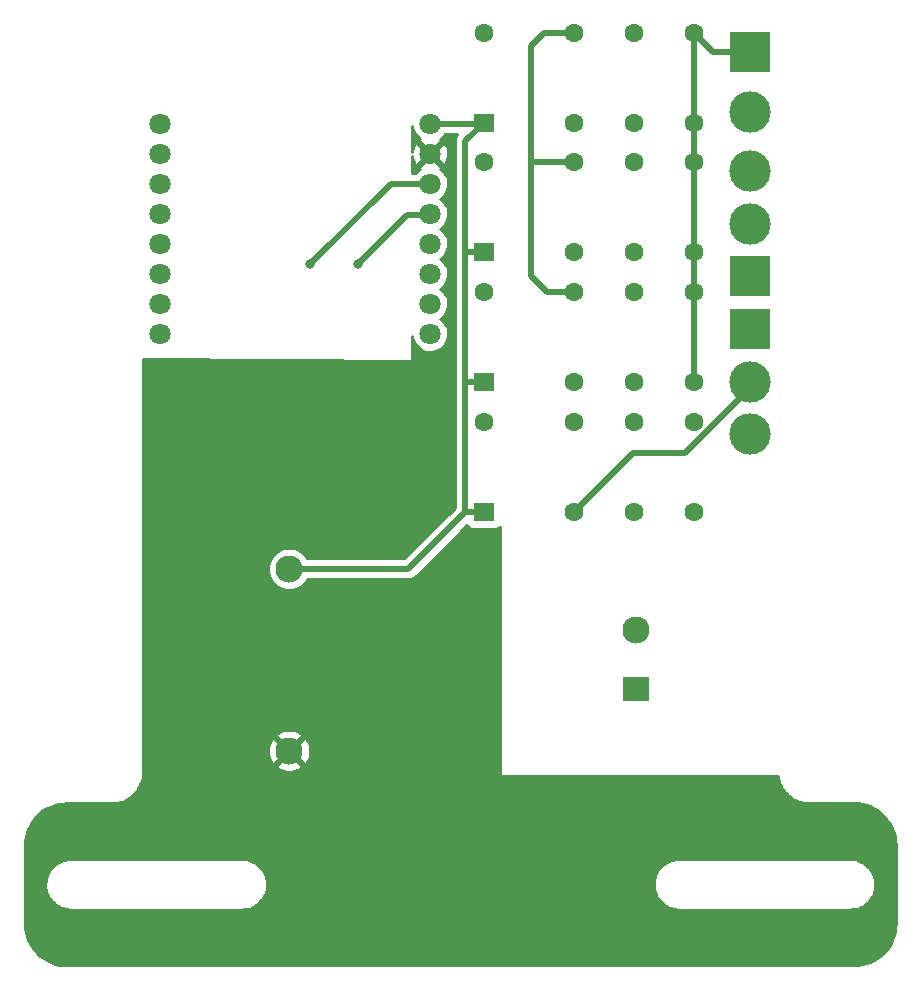
<source format=gbr>
G04 #@! TF.GenerationSoftware,KiCad,Pcbnew,(5.99.0-1932-g3091bb145)*
G04 #@! TF.CreationDate,2020-07-21T07:54:25+02:00*
G04 #@! TF.ProjectId,RESTfan,52455354-6661-46e2-9e6b-696361645f70,rev?*
G04 #@! TF.SameCoordinates,Original*
G04 #@! TF.FileFunction,Copper,L1,Top*
G04 #@! TF.FilePolarity,Positive*
%FSLAX46Y46*%
G04 Gerber Fmt 4.6, Leading zero omitted, Abs format (unit mm)*
G04 Created by KiCad (PCBNEW (5.99.0-1932-g3091bb145)) date 2020-07-21 07:54:25*
%MOMM*%
%LPD*%
G01*
G04 APERTURE LIST*
G04 #@! TA.AperFunction,ComponentPad*
%ADD10C,2.300000*%
G04 #@! TD*
G04 #@! TA.AperFunction,ComponentPad*
%ADD11R,2.300000X2.000000*%
G04 #@! TD*
G04 #@! TA.AperFunction,ComponentPad*
%ADD12C,3.500120*%
G04 #@! TD*
G04 #@! TA.AperFunction,ComponentPad*
%ADD13R,3.500120X3.500120*%
G04 #@! TD*
G04 #@! TA.AperFunction,ComponentPad*
%ADD14C,1.800000*%
G04 #@! TD*
G04 #@! TA.AperFunction,ComponentPad*
%ADD15C,1.600000*%
G04 #@! TD*
G04 #@! TA.AperFunction,ComponentPad*
%ADD16R,1.800000X1.600000*%
G04 #@! TD*
G04 #@! TA.AperFunction,ViaPad*
%ADD17C,0.800000*%
G04 #@! TD*
G04 #@! TA.AperFunction,Conductor*
%ADD18C,0.500000*%
G04 #@! TD*
G04 #@! TA.AperFunction,Conductor*
%ADD19C,0.254000*%
G04 #@! TD*
G04 APERTURE END LIST*
D10*
X63000000Y-75800000D03*
X92400000Y-81000000D03*
D11*
X92400000Y-86000000D03*
D10*
X63000000Y-91200000D03*
D12*
X102000000Y-64390000D03*
X102000000Y-59945000D03*
D13*
X102000000Y-55500000D03*
D12*
X102000000Y-42110000D03*
X102000000Y-46555000D03*
D13*
X102000000Y-51000000D03*
D12*
X102000000Y-37080000D03*
D13*
X102000000Y-32000000D03*
D14*
X74930000Y-55890000D03*
X52070000Y-55890000D03*
X74930000Y-53350000D03*
X52070000Y-53350000D03*
X74930000Y-50810000D03*
X52070000Y-50810000D03*
X74930000Y-48270000D03*
X52070000Y-48270000D03*
X74930000Y-45730000D03*
X52070000Y-45730000D03*
X74930000Y-43190000D03*
X52070000Y-43190000D03*
X74930000Y-40650000D03*
X52070000Y-40650000D03*
X74930000Y-38110000D03*
X52070000Y-38110000D03*
D15*
X92200000Y-71000000D03*
X97280000Y-71000000D03*
X87120000Y-71000000D03*
X79500000Y-63380000D03*
D16*
X79500000Y-71000000D03*
D15*
X97280000Y-63380000D03*
X92200000Y-63380000D03*
X87120000Y-63380000D03*
X92200000Y-60000000D03*
X97280000Y-60000000D03*
X87120000Y-60000000D03*
X79500000Y-52380000D03*
D16*
X79500000Y-60000000D03*
D15*
X97280000Y-52380000D03*
X92200000Y-52380000D03*
X87120000Y-52380000D03*
X92200000Y-49000000D03*
X97280000Y-49000000D03*
X87120000Y-49000000D03*
X79500000Y-41380000D03*
D16*
X79500000Y-49000000D03*
D15*
X97280000Y-41380000D03*
X92200000Y-41380000D03*
X87120000Y-41380000D03*
X92200000Y-38000000D03*
X97280000Y-38000000D03*
X87120000Y-38000000D03*
X79500000Y-30380000D03*
D16*
X79500000Y-38000000D03*
D15*
X97280000Y-30380000D03*
X92200000Y-30380000D03*
X87120000Y-30380000D03*
D17*
X73723500Y-57658000D03*
X72009000Y-60960000D03*
X76009500Y-60960000D03*
X64800000Y-50000000D03*
X68800000Y-50000000D03*
D18*
X63000000Y-75800000D02*
X73100000Y-75800000D01*
X64800000Y-50000000D02*
X71600000Y-43200000D01*
X71600000Y-43200000D02*
X74920000Y-43200000D01*
X74920000Y-43200000D02*
X74930000Y-43190000D01*
X68800000Y-50000000D02*
X73000000Y-45800000D01*
X73000000Y-45800000D02*
X74860000Y-45800000D01*
X74860000Y-45800000D02*
X74930000Y-45730000D01*
X74930000Y-38110000D02*
X79390000Y-38110000D01*
X79390000Y-38110000D02*
X79500000Y-38000000D01*
X77900000Y-71000000D02*
X77900000Y-60100000D01*
X77900000Y-60100000D02*
X77900000Y-49150000D01*
X79500000Y-60000000D02*
X78000000Y-60000000D01*
X78000000Y-60000000D02*
X77900000Y-60100000D01*
X77900000Y-49150000D02*
X77900000Y-39600000D01*
X79500000Y-49000000D02*
X78050000Y-49000000D01*
X78050000Y-49000000D02*
X77900000Y-49150000D01*
X77900000Y-39600000D02*
X79500000Y-38000000D01*
X73100000Y-75800000D02*
X77900000Y-71000000D01*
X77900000Y-71000000D02*
X79500000Y-71000000D01*
X87120000Y-71000000D02*
X92120000Y-66000000D01*
X92120000Y-66000000D02*
X96500000Y-66000000D01*
X102000000Y-60500000D02*
X102000000Y-60000000D01*
X96500000Y-66000000D02*
X102000000Y-60500000D01*
X97280000Y-52380000D02*
X97280000Y-60000000D01*
X97280000Y-49000000D02*
X97280000Y-52380000D01*
X97280000Y-41380000D02*
X97280000Y-49000000D01*
X97280000Y-38000000D02*
X97280000Y-41380000D01*
X97280000Y-30380000D02*
X97280000Y-38000000D01*
X102000000Y-32000000D02*
X98900000Y-32000000D01*
X98900000Y-32000000D02*
X97280000Y-30380000D01*
X83500000Y-31500000D02*
X83500000Y-41500000D01*
X83500000Y-41500000D02*
X83500000Y-51000000D01*
X87120000Y-41380000D02*
X83620000Y-41380000D01*
X83620000Y-41380000D02*
X83500000Y-41500000D01*
X87120000Y-30380000D02*
X84620000Y-30380000D01*
X83500000Y-51000000D02*
X84880000Y-52380000D01*
X84620000Y-30380000D02*
X83500000Y-31500000D01*
X84880000Y-52380000D02*
X87120000Y-52380000D01*
G36*
X73409646Y-38349477D02*
G01*
X73411343Y-38360013D01*
X73471731Y-38602218D01*
X73475179Y-38612317D01*
X73575512Y-38840884D01*
X73580613Y-38850258D01*
X73718023Y-39058650D01*
X73724630Y-39067031D01*
X73895187Y-39249294D01*
X73903112Y-39256442D01*
X74066929Y-39380786D01*
X74008851Y-39423137D01*
X73999847Y-39538828D01*
X74877809Y-40416790D01*
X74982191Y-40416790D01*
X75863082Y-39535899D01*
X75849080Y-39414885D01*
X75794266Y-39380899D01*
X75820506Y-39365319D01*
X75829189Y-39359114D01*
X76019283Y-39197331D01*
X76026796Y-39189752D01*
X76186914Y-38998254D01*
X76188495Y-38996000D01*
X77251009Y-38996000D01*
X77231747Y-39015261D01*
X77225874Y-39022036D01*
X77212310Y-39040134D01*
X77157873Y-39101772D01*
X77148016Y-39116778D01*
X77136524Y-39141255D01*
X77120306Y-39162896D01*
X77111684Y-39178643D01*
X77082817Y-39255648D01*
X77047784Y-39330265D01*
X77042475Y-39347819D01*
X77038638Y-39373493D01*
X77028964Y-39399299D01*
X77025109Y-39416833D01*
X77018134Y-39510693D01*
X77014694Y-39533710D01*
X77014001Y-39543034D01*
X77014001Y-39566306D01*
X77007644Y-39651836D01*
X77008865Y-39669748D01*
X77014001Y-39693808D01*
X77014000Y-49116319D01*
X77007644Y-49201836D01*
X77008865Y-49219748D01*
X77014001Y-49243808D01*
X77014000Y-60066319D01*
X77007644Y-60151836D01*
X77008865Y-60169748D01*
X77014001Y-60193808D01*
X77014000Y-70633008D01*
X72733009Y-74914000D01*
X64550790Y-74914000D01*
X64528067Y-74869405D01*
X64522894Y-74860963D01*
X64363677Y-74641820D01*
X64357247Y-74634291D01*
X64165709Y-74442753D01*
X64158180Y-74436323D01*
X63939037Y-74277106D01*
X63930595Y-74271933D01*
X63689243Y-74148958D01*
X63680095Y-74145169D01*
X63422477Y-74061463D01*
X63412849Y-74059152D01*
X63145308Y-74016778D01*
X63135437Y-74016001D01*
X62864563Y-74016001D01*
X62854692Y-74016778D01*
X62587151Y-74059152D01*
X62577523Y-74061463D01*
X62319905Y-74145169D01*
X62310757Y-74148958D01*
X62069405Y-74271933D01*
X62060963Y-74277106D01*
X61841820Y-74436323D01*
X61834291Y-74442753D01*
X61642753Y-74634291D01*
X61636323Y-74641820D01*
X61477106Y-74860963D01*
X61471933Y-74869405D01*
X61348958Y-75110757D01*
X61345169Y-75119905D01*
X61261463Y-75377523D01*
X61259152Y-75387151D01*
X61216778Y-75654692D01*
X61216001Y-75664563D01*
X61216001Y-75935437D01*
X61216778Y-75945308D01*
X61259152Y-76212849D01*
X61261463Y-76222477D01*
X61345169Y-76480095D01*
X61348958Y-76489243D01*
X61471933Y-76730595D01*
X61477106Y-76739037D01*
X61636323Y-76958180D01*
X61642753Y-76965709D01*
X61834291Y-77157247D01*
X61841820Y-77163677D01*
X62060963Y-77322894D01*
X62069405Y-77328067D01*
X62310757Y-77451042D01*
X62319905Y-77454831D01*
X62577523Y-77538537D01*
X62587151Y-77540848D01*
X62854692Y-77583222D01*
X62864563Y-77583999D01*
X63135437Y-77583999D01*
X63145308Y-77583222D01*
X63412849Y-77540848D01*
X63422477Y-77538537D01*
X63680095Y-77454831D01*
X63689243Y-77451042D01*
X63930595Y-77328067D01*
X63939037Y-77322894D01*
X64158180Y-77163677D01*
X64165709Y-77157247D01*
X64357247Y-76965709D01*
X64363677Y-76958180D01*
X64522894Y-76739037D01*
X64528067Y-76730595D01*
X64550790Y-76686000D01*
X73000742Y-76686000D01*
X73019370Y-76690215D01*
X73037265Y-76691655D01*
X73128413Y-76686000D01*
X73159053Y-76686000D01*
X73167995Y-76685363D01*
X73190394Y-76682155D01*
X73272463Y-76677063D01*
X73290043Y-76673423D01*
X73315476Y-76664242D01*
X73342248Y-76660408D01*
X73359479Y-76655369D01*
X73434353Y-76621327D01*
X73511877Y-76593340D01*
X73528044Y-76584680D01*
X73548908Y-76569241D01*
X73573998Y-76557834D01*
X73589123Y-76548161D01*
X73660428Y-76486720D01*
X73679131Y-76472881D01*
X73686215Y-76466777D01*
X73702659Y-76450332D01*
X73767645Y-76394337D01*
X73779447Y-76380808D01*
X73792828Y-76360163D01*
X78039928Y-72113064D01*
X78047880Y-72128339D01*
X78178990Y-72284590D01*
X78195879Y-72298761D01*
X78370120Y-72399359D01*
X78390837Y-72406900D01*
X78583538Y-72440878D01*
X78594499Y-72441837D01*
X80408258Y-72441837D01*
X80424634Y-72439681D01*
X80703859Y-72364863D01*
X80728339Y-72352120D01*
X80874000Y-72229896D01*
X80874000Y-93252191D01*
X80947809Y-93326000D01*
X104384143Y-93326000D01*
X104388170Y-93372491D01*
X104389576Y-93381345D01*
X104395898Y-93408513D01*
X104397956Y-93436532D01*
X104399331Y-93445786D01*
X104401781Y-93456651D01*
X104401865Y-93457022D01*
X104466711Y-93736786D01*
X104469351Y-93745353D01*
X104479438Y-93771360D01*
X104485423Y-93798808D01*
X104488087Y-93807772D01*
X104492042Y-93818184D01*
X104492179Y-93818542D01*
X104595798Y-94086379D01*
X104599619Y-94094490D01*
X104613270Y-94118816D01*
X104623062Y-94145147D01*
X104626966Y-94153653D01*
X104632350Y-94163403D01*
X104632533Y-94163733D01*
X104772855Y-94414295D01*
X104777780Y-94421786D01*
X104794724Y-94443949D01*
X104808128Y-94468635D01*
X104813187Y-94476500D01*
X104819890Y-94485395D01*
X104820122Y-94485701D01*
X104994351Y-94713994D01*
X105000282Y-94720716D01*
X105020177Y-94740266D01*
X105036927Y-94762821D01*
X105043046Y-94769897D01*
X105050936Y-94777758D01*
X105051206Y-94778026D01*
X105255863Y-94979492D01*
X105262682Y-94985311D01*
X105285130Y-95001861D01*
X105304896Y-95021835D01*
X105311955Y-95027982D01*
X105320875Y-95034652D01*
X105321176Y-95034876D01*
X105552176Y-95205496D01*
X105559748Y-95210296D01*
X105584305Y-95223519D01*
X105606686Y-95240507D01*
X105614542Y-95245598D01*
X105624312Y-95250945D01*
X105624641Y-95251124D01*
X105877376Y-95387492D01*
X105885548Y-95391178D01*
X105911727Y-95400810D01*
X105936276Y-95414474D01*
X105944760Y-95418403D01*
X105955185Y-95422321D01*
X105955546Y-95422456D01*
X106224979Y-95521854D01*
X106233589Y-95524351D01*
X106260866Y-95530199D01*
X106287089Y-95540265D01*
X106296044Y-95542960D01*
X106306919Y-95545371D01*
X106307292Y-95545452D01*
X106588042Y-95605896D01*
X106596918Y-95607155D01*
X106624741Y-95609101D01*
X106652131Y-95615374D01*
X106661386Y-95616781D01*
X106672491Y-95617634D01*
X106672864Y-95617661D01*
X106959324Y-95637944D01*
X106968289Y-95637940D01*
X107023266Y-95634000D01*
X110735119Y-95634000D01*
X110747806Y-95636616D01*
X110757084Y-95637821D01*
X110768206Y-95638432D01*
X110768585Y-95638451D01*
X111147405Y-95656979D01*
X111491474Y-95707787D01*
X111828958Y-95791931D01*
X112156613Y-95908604D01*
X112471321Y-96056694D01*
X112770076Y-96234787D01*
X113050040Y-96441195D01*
X113308499Y-96673911D01*
X113543041Y-96930769D01*
X113751383Y-97209267D01*
X113931561Y-97506774D01*
X114081842Y-97820437D01*
X114200804Y-98147281D01*
X114287300Y-98484159D01*
X114340509Y-98827876D01*
X114360736Y-99189659D01*
X114360795Y-99206705D01*
X114361463Y-99215646D01*
X114366000Y-99246559D01*
X114366001Y-105735114D01*
X114363384Y-105747806D01*
X114362179Y-105757084D01*
X114361568Y-105768206D01*
X114361549Y-105768585D01*
X114343021Y-106147405D01*
X114292213Y-106491474D01*
X114208069Y-106828958D01*
X114091396Y-107156613D01*
X113943306Y-107471321D01*
X113765213Y-107770076D01*
X113558809Y-108050034D01*
X113326074Y-108308513D01*
X113069242Y-108543033D01*
X112790740Y-108751379D01*
X112493233Y-108931557D01*
X112179557Y-109081844D01*
X111852726Y-109200802D01*
X111515834Y-109287300D01*
X111172132Y-109340509D01*
X110810341Y-109360736D01*
X110793295Y-109360795D01*
X110784354Y-109361463D01*
X110753441Y-109366000D01*
X44264881Y-109366000D01*
X44252194Y-109363384D01*
X44242916Y-109362179D01*
X44231794Y-109361568D01*
X44231415Y-109361549D01*
X43852595Y-109343021D01*
X43508526Y-109292213D01*
X43171042Y-109208069D01*
X42843387Y-109091396D01*
X42528679Y-108943306D01*
X42229924Y-108765213D01*
X41949966Y-108558809D01*
X41691487Y-108326074D01*
X41456967Y-108069242D01*
X41248621Y-107790740D01*
X41068443Y-107493233D01*
X40918156Y-107179557D01*
X40799198Y-106852726D01*
X40712700Y-106515834D01*
X40659491Y-106172132D01*
X40639264Y-105810341D01*
X40639205Y-105793295D01*
X40638537Y-105784354D01*
X40634000Y-105753441D01*
X40634000Y-102518419D01*
X42361002Y-102518419D01*
X42361460Y-102529548D01*
X42361477Y-102529924D01*
X42368354Y-102675750D01*
X42369411Y-102684652D01*
X42373928Y-102708219D01*
X42374456Y-102732410D01*
X42375353Y-102741719D01*
X42377239Y-102752695D01*
X42377305Y-102753072D01*
X42421233Y-102999680D01*
X42423428Y-103008373D01*
X42434429Y-103041732D01*
X42440957Y-103076446D01*
X42443362Y-103085483D01*
X42447015Y-103096005D01*
X42447142Y-103096366D01*
X42530757Y-103332488D01*
X42534343Y-103340704D01*
X42550643Y-103371818D01*
X42562755Y-103405004D01*
X42566605Y-103413531D01*
X42571929Y-103423313D01*
X42572111Y-103423645D01*
X42693167Y-103642938D01*
X42698046Y-103650458D01*
X42719209Y-103678491D01*
X42736576Y-103709249D01*
X42741765Y-103717030D01*
X42748614Y-103725812D01*
X42748850Y-103726113D01*
X42904098Y-103922692D01*
X42910141Y-103929315D01*
X42935593Y-103953509D01*
X42957758Y-103981028D01*
X42964149Y-103987857D01*
X42972341Y-103995403D01*
X42972623Y-103995661D01*
X43157893Y-104164243D01*
X43164937Y-104169790D01*
X43194002Y-104189506D01*
X43220356Y-104213026D01*
X43227774Y-104218719D01*
X43237089Y-104224825D01*
X43237411Y-104225035D01*
X43447728Y-104361095D01*
X43455582Y-104365417D01*
X43487477Y-104380121D01*
X43517319Y-104399023D01*
X43525567Y-104403427D01*
X43535753Y-104407930D01*
X43536106Y-104408085D01*
X43765820Y-104507968D01*
X43774275Y-104510950D01*
X43808149Y-104520248D01*
X43840678Y-104534023D01*
X43849542Y-104537022D01*
X43860328Y-104539801D01*
X43860694Y-104539894D01*
X44103635Y-104600916D01*
X44112463Y-104602476D01*
X44147396Y-104606117D01*
X44181741Y-104614394D01*
X44190978Y-104615906D01*
X44202073Y-104616885D01*
X44202447Y-104616917D01*
X44452090Y-104637442D01*
X44461054Y-104637539D01*
X44519773Y-104634000D01*
X58965555Y-104634000D01*
X59009065Y-104638688D01*
X59018420Y-104638998D01*
X59029548Y-104638540D01*
X59029924Y-104638523D01*
X59175750Y-104631646D01*
X59184652Y-104630589D01*
X59208219Y-104626072D01*
X59232410Y-104625544D01*
X59241719Y-104624647D01*
X59252695Y-104622761D01*
X59253072Y-104622695D01*
X59499680Y-104578767D01*
X59508373Y-104576572D01*
X59541732Y-104565571D01*
X59576446Y-104559043D01*
X59585483Y-104556638D01*
X59596005Y-104552985D01*
X59596366Y-104552858D01*
X59832488Y-104469243D01*
X59840704Y-104465657D01*
X59871818Y-104449357D01*
X59905004Y-104437245D01*
X59913531Y-104433395D01*
X59923313Y-104428071D01*
X59923645Y-104427889D01*
X60142938Y-104306833D01*
X60150458Y-104301954D01*
X60178491Y-104280791D01*
X60209249Y-104263424D01*
X60217030Y-104258235D01*
X60225812Y-104251386D01*
X60226113Y-104251150D01*
X60422692Y-104095902D01*
X60429315Y-104089859D01*
X60453509Y-104064407D01*
X60481028Y-104042242D01*
X60487857Y-104035851D01*
X60495403Y-104027659D01*
X60495661Y-104027377D01*
X60664243Y-103842107D01*
X60669790Y-103835063D01*
X60689506Y-103805998D01*
X60713026Y-103779644D01*
X60718719Y-103772226D01*
X60724825Y-103762911D01*
X60725035Y-103762589D01*
X60861095Y-103552272D01*
X60865417Y-103544418D01*
X60880121Y-103512523D01*
X60899023Y-103482681D01*
X60903427Y-103474433D01*
X60907930Y-103464247D01*
X60908085Y-103463894D01*
X61007968Y-103234180D01*
X61010950Y-103225725D01*
X61020248Y-103191851D01*
X61034023Y-103159322D01*
X61037022Y-103150458D01*
X61039801Y-103139672D01*
X61039894Y-103139306D01*
X61100916Y-102896365D01*
X61102476Y-102887537D01*
X61106117Y-102852604D01*
X61114394Y-102818259D01*
X61115906Y-102809022D01*
X61116885Y-102797927D01*
X61116917Y-102797553D01*
X61137442Y-102547910D01*
X61137539Y-102538945D01*
X61136303Y-102518419D01*
X93861002Y-102518419D01*
X93861460Y-102529548D01*
X93861477Y-102529924D01*
X93868354Y-102675750D01*
X93869411Y-102684652D01*
X93873928Y-102708219D01*
X93874456Y-102732410D01*
X93875353Y-102741719D01*
X93877239Y-102752695D01*
X93877305Y-102753072D01*
X93921233Y-102999680D01*
X93923428Y-103008373D01*
X93934429Y-103041732D01*
X93940957Y-103076446D01*
X93943362Y-103085483D01*
X93947015Y-103096005D01*
X93947142Y-103096366D01*
X94030757Y-103332488D01*
X94034343Y-103340704D01*
X94050643Y-103371818D01*
X94062755Y-103405004D01*
X94066605Y-103413531D01*
X94071929Y-103423313D01*
X94072111Y-103423645D01*
X94193167Y-103642938D01*
X94198046Y-103650458D01*
X94219209Y-103678491D01*
X94236576Y-103709249D01*
X94241765Y-103717030D01*
X94248614Y-103725812D01*
X94248850Y-103726113D01*
X94404098Y-103922692D01*
X94410141Y-103929315D01*
X94435593Y-103953509D01*
X94457758Y-103981028D01*
X94464149Y-103987857D01*
X94472341Y-103995403D01*
X94472623Y-103995661D01*
X94657893Y-104164243D01*
X94664937Y-104169790D01*
X94694002Y-104189506D01*
X94720356Y-104213026D01*
X94727774Y-104218719D01*
X94737089Y-104224825D01*
X94737411Y-104225035D01*
X94947728Y-104361095D01*
X94955582Y-104365417D01*
X94987477Y-104380121D01*
X95017319Y-104399023D01*
X95025567Y-104403427D01*
X95035753Y-104407930D01*
X95036106Y-104408085D01*
X95265820Y-104507968D01*
X95274275Y-104510950D01*
X95308149Y-104520248D01*
X95340678Y-104534023D01*
X95349542Y-104537022D01*
X95360328Y-104539801D01*
X95360694Y-104539894D01*
X95603635Y-104600916D01*
X95612463Y-104602476D01*
X95647396Y-104606117D01*
X95681741Y-104614394D01*
X95690978Y-104615906D01*
X95702073Y-104616885D01*
X95702447Y-104616917D01*
X95952090Y-104637442D01*
X95961054Y-104637539D01*
X96019773Y-104634000D01*
X110465555Y-104634000D01*
X110509065Y-104638688D01*
X110518420Y-104638998D01*
X110529548Y-104638540D01*
X110529924Y-104638523D01*
X110675750Y-104631646D01*
X110684652Y-104630589D01*
X110708219Y-104626072D01*
X110732410Y-104625544D01*
X110741719Y-104624647D01*
X110752695Y-104622761D01*
X110753072Y-104622695D01*
X110999680Y-104578767D01*
X111008373Y-104576572D01*
X111041732Y-104565571D01*
X111076446Y-104559043D01*
X111085483Y-104556638D01*
X111096005Y-104552985D01*
X111096366Y-104552858D01*
X111332488Y-104469243D01*
X111340704Y-104465657D01*
X111371818Y-104449357D01*
X111405004Y-104437245D01*
X111413531Y-104433395D01*
X111423313Y-104428071D01*
X111423645Y-104427889D01*
X111642938Y-104306833D01*
X111650458Y-104301954D01*
X111678491Y-104280791D01*
X111709249Y-104263424D01*
X111717030Y-104258235D01*
X111725812Y-104251386D01*
X111726113Y-104251150D01*
X111922692Y-104095902D01*
X111929315Y-104089859D01*
X111953509Y-104064407D01*
X111981028Y-104042242D01*
X111987857Y-104035851D01*
X111995403Y-104027659D01*
X111995661Y-104027377D01*
X112164243Y-103842107D01*
X112169790Y-103835063D01*
X112189506Y-103805998D01*
X112213026Y-103779644D01*
X112218719Y-103772226D01*
X112224825Y-103762911D01*
X112225035Y-103762589D01*
X112361095Y-103552272D01*
X112365417Y-103544418D01*
X112380121Y-103512523D01*
X112399023Y-103482681D01*
X112403427Y-103474433D01*
X112407930Y-103464247D01*
X112408085Y-103463894D01*
X112507968Y-103234180D01*
X112510950Y-103225725D01*
X112520248Y-103191851D01*
X112534023Y-103159322D01*
X112537022Y-103150458D01*
X112539801Y-103139672D01*
X112539894Y-103139306D01*
X112600916Y-102896365D01*
X112602476Y-102887537D01*
X112606117Y-102852604D01*
X112614394Y-102818259D01*
X112615906Y-102809022D01*
X112616885Y-102797927D01*
X112616917Y-102797553D01*
X112637442Y-102547910D01*
X112637539Y-102538945D01*
X112636096Y-102514995D01*
X112638688Y-102490936D01*
X112638998Y-102481581D01*
X112638540Y-102470452D01*
X112638523Y-102470076D01*
X112631646Y-102324249D01*
X112630589Y-102315348D01*
X112626072Y-102291781D01*
X112625544Y-102267591D01*
X112624648Y-102258283D01*
X112622761Y-102247306D01*
X112622695Y-102246928D01*
X112578767Y-102000320D01*
X112576572Y-101991628D01*
X112565570Y-101958265D01*
X112559043Y-101923554D01*
X112556638Y-101914517D01*
X112552985Y-101903996D01*
X112552858Y-101903635D01*
X112469243Y-101667512D01*
X112465657Y-101659295D01*
X112449357Y-101628183D01*
X112437246Y-101594997D01*
X112433395Y-101586469D01*
X112428071Y-101576687D01*
X112427889Y-101576355D01*
X112306833Y-101357063D01*
X112301953Y-101349542D01*
X112280793Y-101321511D01*
X112263425Y-101290752D01*
X112258236Y-101282971D01*
X112251386Y-101274188D01*
X112251150Y-101273887D01*
X112095902Y-101077308D01*
X112089859Y-101070685D01*
X112064407Y-101046491D01*
X112042242Y-101018972D01*
X112035851Y-101012143D01*
X112027659Y-101004597D01*
X112027377Y-101004339D01*
X111842107Y-100835757D01*
X111835063Y-100830210D01*
X111805998Y-100810494D01*
X111779644Y-100786974D01*
X111772226Y-100781281D01*
X111762911Y-100775175D01*
X111762589Y-100774965D01*
X111552272Y-100638905D01*
X111544418Y-100634583D01*
X111512523Y-100619879D01*
X111482680Y-100600976D01*
X111474427Y-100596570D01*
X111464240Y-100592067D01*
X111463891Y-100591915D01*
X111234180Y-100492032D01*
X111225725Y-100489050D01*
X111191849Y-100479751D01*
X111159326Y-100465980D01*
X111150472Y-100462983D01*
X111139687Y-100460203D01*
X111139310Y-100460107D01*
X110896365Y-100399084D01*
X110887538Y-100397524D01*
X110852604Y-100393883D01*
X110818260Y-100385606D01*
X110809023Y-100384094D01*
X110797928Y-100383115D01*
X110797554Y-100383083D01*
X110547910Y-100362558D01*
X110538946Y-100362461D01*
X110480227Y-100366000D01*
X96034445Y-100366000D01*
X95990935Y-100361312D01*
X95981580Y-100361002D01*
X95970452Y-100361460D01*
X95970076Y-100361477D01*
X95824249Y-100368354D01*
X95815348Y-100369411D01*
X95791781Y-100373928D01*
X95767591Y-100374456D01*
X95758283Y-100375352D01*
X95747306Y-100377239D01*
X95746928Y-100377305D01*
X95500320Y-100421233D01*
X95491628Y-100423428D01*
X95458265Y-100434430D01*
X95423554Y-100440957D01*
X95414517Y-100443362D01*
X95403996Y-100447015D01*
X95403635Y-100447142D01*
X95167512Y-100530757D01*
X95159295Y-100534343D01*
X95128183Y-100550643D01*
X95094997Y-100562754D01*
X95086469Y-100566605D01*
X95076687Y-100571929D01*
X95076355Y-100572111D01*
X94857063Y-100693167D01*
X94849542Y-100698047D01*
X94821511Y-100719207D01*
X94790752Y-100736575D01*
X94782971Y-100741764D01*
X94774188Y-100748614D01*
X94773887Y-100748850D01*
X94577308Y-100904098D01*
X94570685Y-100910141D01*
X94546491Y-100935593D01*
X94518972Y-100957758D01*
X94512143Y-100964149D01*
X94504597Y-100972341D01*
X94504339Y-100972623D01*
X94335757Y-101157893D01*
X94330210Y-101164937D01*
X94310494Y-101194002D01*
X94286974Y-101220356D01*
X94281281Y-101227774D01*
X94275175Y-101237089D01*
X94274965Y-101237411D01*
X94138905Y-101447728D01*
X94134583Y-101455582D01*
X94119879Y-101487477D01*
X94100976Y-101517320D01*
X94096570Y-101525573D01*
X94092067Y-101535760D01*
X94091915Y-101536109D01*
X93992032Y-101765820D01*
X93989050Y-101774275D01*
X93979751Y-101808151D01*
X93965980Y-101840674D01*
X93962983Y-101849528D01*
X93960203Y-101860313D01*
X93960107Y-101860690D01*
X93899084Y-102103635D01*
X93897524Y-102112462D01*
X93893883Y-102147396D01*
X93885606Y-102181740D01*
X93884094Y-102190977D01*
X93883115Y-102202072D01*
X93883083Y-102202446D01*
X93862558Y-102452090D01*
X93862461Y-102461055D01*
X93863904Y-102485005D01*
X93861312Y-102509064D01*
X93861002Y-102518419D01*
X61136303Y-102518419D01*
X61136096Y-102514995D01*
X61138688Y-102490936D01*
X61138998Y-102481581D01*
X61138540Y-102470452D01*
X61138523Y-102470076D01*
X61131646Y-102324249D01*
X61130589Y-102315348D01*
X61126072Y-102291781D01*
X61125544Y-102267591D01*
X61124648Y-102258283D01*
X61122761Y-102247306D01*
X61122695Y-102246928D01*
X61078767Y-102000320D01*
X61076572Y-101991628D01*
X61065570Y-101958265D01*
X61059043Y-101923554D01*
X61056638Y-101914517D01*
X61052985Y-101903996D01*
X61052858Y-101903635D01*
X60969243Y-101667512D01*
X60965657Y-101659295D01*
X60949357Y-101628183D01*
X60937246Y-101594997D01*
X60933395Y-101586469D01*
X60928071Y-101576687D01*
X60927889Y-101576355D01*
X60806833Y-101357063D01*
X60801953Y-101349542D01*
X60780793Y-101321511D01*
X60763425Y-101290752D01*
X60758236Y-101282971D01*
X60751386Y-101274188D01*
X60751150Y-101273887D01*
X60595902Y-101077308D01*
X60589859Y-101070685D01*
X60564407Y-101046491D01*
X60542242Y-101018972D01*
X60535851Y-101012143D01*
X60527659Y-101004597D01*
X60527377Y-101004339D01*
X60342107Y-100835757D01*
X60335063Y-100830210D01*
X60305998Y-100810494D01*
X60279644Y-100786974D01*
X60272226Y-100781281D01*
X60262911Y-100775175D01*
X60262589Y-100774965D01*
X60052272Y-100638905D01*
X60044418Y-100634583D01*
X60012523Y-100619879D01*
X59982680Y-100600976D01*
X59974427Y-100596570D01*
X59964240Y-100592067D01*
X59963891Y-100591915D01*
X59734180Y-100492032D01*
X59725725Y-100489050D01*
X59691849Y-100479751D01*
X59659326Y-100465980D01*
X59650472Y-100462983D01*
X59639687Y-100460203D01*
X59639310Y-100460107D01*
X59396365Y-100399084D01*
X59387538Y-100397524D01*
X59352604Y-100393883D01*
X59318260Y-100385606D01*
X59309023Y-100384094D01*
X59297928Y-100383115D01*
X59297554Y-100383083D01*
X59047910Y-100362558D01*
X59038946Y-100362461D01*
X58980227Y-100366000D01*
X44534445Y-100366000D01*
X44490935Y-100361312D01*
X44481580Y-100361002D01*
X44470452Y-100361460D01*
X44470076Y-100361477D01*
X44324249Y-100368354D01*
X44315348Y-100369411D01*
X44291781Y-100373928D01*
X44267591Y-100374456D01*
X44258283Y-100375352D01*
X44247306Y-100377239D01*
X44246928Y-100377305D01*
X44000320Y-100421233D01*
X43991628Y-100423428D01*
X43958265Y-100434430D01*
X43923554Y-100440957D01*
X43914517Y-100443362D01*
X43903996Y-100447015D01*
X43903635Y-100447142D01*
X43667512Y-100530757D01*
X43659295Y-100534343D01*
X43628183Y-100550643D01*
X43594997Y-100562754D01*
X43586469Y-100566605D01*
X43576687Y-100571929D01*
X43576355Y-100572111D01*
X43357063Y-100693167D01*
X43349542Y-100698047D01*
X43321511Y-100719207D01*
X43290752Y-100736575D01*
X43282971Y-100741764D01*
X43274188Y-100748614D01*
X43273887Y-100748850D01*
X43077308Y-100904098D01*
X43070685Y-100910141D01*
X43046491Y-100935593D01*
X43018972Y-100957758D01*
X43012143Y-100964149D01*
X43004597Y-100972341D01*
X43004339Y-100972623D01*
X42835757Y-101157893D01*
X42830210Y-101164937D01*
X42810494Y-101194002D01*
X42786974Y-101220356D01*
X42781281Y-101227774D01*
X42775175Y-101237089D01*
X42774965Y-101237411D01*
X42638905Y-101447728D01*
X42634583Y-101455582D01*
X42619879Y-101487477D01*
X42600976Y-101517320D01*
X42596570Y-101525573D01*
X42592067Y-101535760D01*
X42591915Y-101536109D01*
X42492032Y-101765820D01*
X42489050Y-101774275D01*
X42479751Y-101808151D01*
X42465980Y-101840674D01*
X42462983Y-101849528D01*
X42460203Y-101860313D01*
X42460107Y-101860690D01*
X42399084Y-102103635D01*
X42397524Y-102112462D01*
X42393883Y-102147396D01*
X42385606Y-102181740D01*
X42384094Y-102190977D01*
X42383115Y-102202072D01*
X42383083Y-102202446D01*
X42362558Y-102452090D01*
X42362461Y-102461055D01*
X42363904Y-102485005D01*
X42361312Y-102509064D01*
X42361002Y-102518419D01*
X40634000Y-102518419D01*
X40634000Y-99264881D01*
X40636616Y-99252194D01*
X40637821Y-99242916D01*
X40638432Y-99231794D01*
X40638451Y-99231415D01*
X40656979Y-98852595D01*
X40707787Y-98508526D01*
X40791931Y-98171042D01*
X40908604Y-97843387D01*
X41056694Y-97528679D01*
X41234787Y-97229924D01*
X41441195Y-96949960D01*
X41673911Y-96691501D01*
X41930769Y-96456959D01*
X42209267Y-96248617D01*
X42506774Y-96068439D01*
X42820437Y-95918158D01*
X43147281Y-95799196D01*
X43484159Y-95712700D01*
X43827876Y-95659491D01*
X44189659Y-95639264D01*
X44206705Y-95639205D01*
X44215646Y-95638537D01*
X44246559Y-95634000D01*
X47953165Y-95634000D01*
X47983985Y-95638550D01*
X47993311Y-95639227D01*
X48004448Y-95639207D01*
X48004833Y-95639206D01*
X48040923Y-95638922D01*
X48049859Y-95638215D01*
X48057571Y-95637049D01*
X48065544Y-95637592D01*
X48074895Y-95637535D01*
X48085997Y-95636642D01*
X48086379Y-95636610D01*
X48372491Y-95611830D01*
X48381345Y-95610424D01*
X48408513Y-95604102D01*
X48436532Y-95602044D01*
X48445786Y-95600669D01*
X48456651Y-95598219D01*
X48457022Y-95598135D01*
X48736786Y-95533289D01*
X48745353Y-95530649D01*
X48771360Y-95520562D01*
X48798808Y-95514577D01*
X48807772Y-95511913D01*
X48818184Y-95507958D01*
X48818542Y-95507821D01*
X49086379Y-95404202D01*
X49094490Y-95400381D01*
X49118816Y-95386730D01*
X49145147Y-95376938D01*
X49153653Y-95373034D01*
X49163403Y-95367650D01*
X49163733Y-95367467D01*
X49414295Y-95227145D01*
X49421786Y-95222220D01*
X49443949Y-95205276D01*
X49468635Y-95191872D01*
X49476500Y-95186813D01*
X49485395Y-95180110D01*
X49485701Y-95179878D01*
X49713994Y-95005649D01*
X49720716Y-94999718D01*
X49740266Y-94979823D01*
X49762821Y-94963073D01*
X49769897Y-94956954D01*
X49777758Y-94949064D01*
X49778026Y-94948794D01*
X49979492Y-94744137D01*
X49985311Y-94737318D01*
X50001861Y-94714870D01*
X50021835Y-94695104D01*
X50027982Y-94688045D01*
X50034652Y-94679125D01*
X50034876Y-94678824D01*
X50205496Y-94447824D01*
X50210296Y-94440252D01*
X50223519Y-94415695D01*
X50240507Y-94393314D01*
X50245598Y-94385458D01*
X50250945Y-94375688D01*
X50251124Y-94375359D01*
X50387492Y-94122624D01*
X50391178Y-94114452D01*
X50400810Y-94088273D01*
X50414474Y-94063724D01*
X50418403Y-94055240D01*
X50422321Y-94044815D01*
X50422456Y-94044454D01*
X50521854Y-93775021D01*
X50524351Y-93766411D01*
X50530199Y-93739134D01*
X50540265Y-93712911D01*
X50542960Y-93703956D01*
X50545371Y-93693081D01*
X50545452Y-93692708D01*
X50605896Y-93411958D01*
X50607155Y-93403082D01*
X50609101Y-93375259D01*
X50615374Y-93347869D01*
X50616781Y-93338614D01*
X50617634Y-93327509D01*
X50617661Y-93327136D01*
X50637944Y-93040676D01*
X50637940Y-93031711D01*
X50634000Y-92976734D01*
X50634000Y-92490133D01*
X61890886Y-92490133D01*
X61900001Y-92605949D01*
X62060963Y-92722894D01*
X62069405Y-92728067D01*
X62310757Y-92851042D01*
X62319905Y-92854831D01*
X62577523Y-92938537D01*
X62587151Y-92940848D01*
X62854692Y-92983222D01*
X62864563Y-92983999D01*
X63135437Y-92983999D01*
X63145308Y-92983222D01*
X63412849Y-92940848D01*
X63422477Y-92938537D01*
X63680095Y-92854831D01*
X63689243Y-92851042D01*
X63930595Y-92728067D01*
X63939037Y-92722894D01*
X64099999Y-92605949D01*
X64109114Y-92490133D01*
X63052191Y-91433210D01*
X62947809Y-91433210D01*
X61890886Y-92490133D01*
X50634000Y-92490133D01*
X50634000Y-91064563D01*
X61216001Y-91064563D01*
X61216001Y-91335437D01*
X61216778Y-91345308D01*
X61259152Y-91612849D01*
X61261463Y-91622477D01*
X61345169Y-91880095D01*
X61348958Y-91889243D01*
X61471933Y-92130595D01*
X61477106Y-92139037D01*
X61594051Y-92299999D01*
X61709867Y-92309114D01*
X62766790Y-91252191D01*
X62766790Y-91147809D01*
X63233210Y-91147809D01*
X63233210Y-91252191D01*
X64290133Y-92309114D01*
X64405949Y-92299999D01*
X64522894Y-92139037D01*
X64528067Y-92130595D01*
X64651042Y-91889243D01*
X64654831Y-91880095D01*
X64738537Y-91622477D01*
X64740848Y-91612849D01*
X64783222Y-91345308D01*
X64783999Y-91335437D01*
X64783999Y-91064563D01*
X64783222Y-91054692D01*
X64740848Y-90787151D01*
X64738537Y-90777523D01*
X64654831Y-90519905D01*
X64651042Y-90510757D01*
X64528067Y-90269405D01*
X64522894Y-90260963D01*
X64405949Y-90100001D01*
X64290133Y-90090886D01*
X63233210Y-91147809D01*
X62766790Y-91147809D01*
X61709867Y-90090886D01*
X61594051Y-90100001D01*
X61477106Y-90260963D01*
X61471933Y-90269405D01*
X61348958Y-90510757D01*
X61345169Y-90519905D01*
X61261463Y-90777523D01*
X61259152Y-90787151D01*
X61216778Y-91054692D01*
X61216001Y-91064563D01*
X50634000Y-91064563D01*
X50634000Y-89909867D01*
X61890886Y-89909867D01*
X62947809Y-90966790D01*
X63052191Y-90966790D01*
X64109114Y-89909867D01*
X64099999Y-89794051D01*
X63939037Y-89677106D01*
X63930595Y-89671933D01*
X63689243Y-89548958D01*
X63680095Y-89545169D01*
X63422477Y-89461463D01*
X63412849Y-89459152D01*
X63145308Y-89416778D01*
X63135437Y-89416001D01*
X62864563Y-89416001D01*
X62854692Y-89416778D01*
X62587151Y-89459152D01*
X62577523Y-89461463D01*
X62319905Y-89545169D01*
X62310757Y-89548958D01*
X62069405Y-89671933D01*
X62060963Y-89677106D01*
X61900001Y-89794051D01*
X61890886Y-89909867D01*
X50634000Y-89909867D01*
X50634000Y-58041258D01*
X73330703Y-58165284D01*
X73405000Y-58091393D01*
X73405000Y-56067687D01*
X73409646Y-56129477D01*
X73411343Y-56140013D01*
X73471731Y-56382218D01*
X73475179Y-56392317D01*
X73575512Y-56620884D01*
X73580613Y-56630258D01*
X73718023Y-56838650D01*
X73724630Y-56847031D01*
X73895187Y-57029294D01*
X73903112Y-57036442D01*
X74101941Y-57187361D01*
X74110957Y-57193071D01*
X74332371Y-57308332D01*
X74342220Y-57312442D01*
X74579889Y-57388749D01*
X74590290Y-57391140D01*
X74837417Y-57426312D01*
X74848072Y-57426917D01*
X75097593Y-57419948D01*
X75108198Y-57418749D01*
X75352977Y-57369837D01*
X75363228Y-57366868D01*
X75596267Y-57277413D01*
X75605871Y-57272760D01*
X75820506Y-57145319D01*
X75829188Y-57139114D01*
X76019283Y-56977331D01*
X76026796Y-56969752D01*
X76186914Y-56778254D01*
X76193042Y-56769517D01*
X76318606Y-56553779D01*
X76323175Y-56544134D01*
X76410593Y-56310323D01*
X76413471Y-56300046D01*
X76460302Y-56054553D01*
X76461417Y-56043330D01*
X76464078Y-55766098D01*
X76463179Y-55754856D01*
X76421070Y-55508508D01*
X76418389Y-55498178D01*
X76335476Y-55262732D01*
X76331092Y-55253001D01*
X76209694Y-55034892D01*
X76203734Y-55026039D01*
X76047322Y-54831502D01*
X76039956Y-54823780D01*
X75853003Y-54658378D01*
X75844440Y-54652007D01*
X75794267Y-54620899D01*
X75820506Y-54605319D01*
X75829189Y-54599114D01*
X76019283Y-54437331D01*
X76026796Y-54429752D01*
X76186914Y-54238254D01*
X76193042Y-54229517D01*
X76318606Y-54013779D01*
X76323175Y-54004134D01*
X76410593Y-53770323D01*
X76413471Y-53760046D01*
X76460302Y-53514553D01*
X76461417Y-53503330D01*
X76464078Y-53226098D01*
X76463179Y-53214856D01*
X76421070Y-52968508D01*
X76418389Y-52958178D01*
X76335476Y-52722732D01*
X76331092Y-52713001D01*
X76209694Y-52494892D01*
X76203734Y-52486039D01*
X76047322Y-52291502D01*
X76039956Y-52283780D01*
X75853003Y-52118378D01*
X75844440Y-52112007D01*
X75794267Y-52080899D01*
X75820506Y-52065319D01*
X75829189Y-52059114D01*
X76019283Y-51897331D01*
X76026796Y-51889752D01*
X76186914Y-51698254D01*
X76193042Y-51689517D01*
X76318606Y-51473779D01*
X76323175Y-51464134D01*
X76410593Y-51230323D01*
X76413471Y-51220046D01*
X76460302Y-50974553D01*
X76461417Y-50963330D01*
X76464078Y-50686098D01*
X76463179Y-50674856D01*
X76421070Y-50428508D01*
X76418389Y-50418178D01*
X76335476Y-50182732D01*
X76331092Y-50173001D01*
X76209694Y-49954892D01*
X76203734Y-49946039D01*
X76047322Y-49751502D01*
X76039956Y-49743780D01*
X75853003Y-49578378D01*
X75844440Y-49572007D01*
X75794267Y-49540899D01*
X75820506Y-49525319D01*
X75829189Y-49519114D01*
X76019283Y-49357331D01*
X76026796Y-49349752D01*
X76186914Y-49158254D01*
X76193042Y-49149517D01*
X76318606Y-48933779D01*
X76323175Y-48924134D01*
X76410593Y-48690323D01*
X76413471Y-48680046D01*
X76460302Y-48434553D01*
X76461417Y-48423330D01*
X76464078Y-48146098D01*
X76463179Y-48134856D01*
X76421070Y-47888508D01*
X76418389Y-47878178D01*
X76335476Y-47642732D01*
X76331092Y-47633001D01*
X76209694Y-47414892D01*
X76203734Y-47406039D01*
X76047322Y-47211502D01*
X76039956Y-47203780D01*
X75853003Y-47038378D01*
X75844440Y-47032007D01*
X75794267Y-47000899D01*
X75820506Y-46985319D01*
X75829189Y-46979114D01*
X76019283Y-46817331D01*
X76026796Y-46809752D01*
X76186914Y-46618254D01*
X76193042Y-46609517D01*
X76318606Y-46393779D01*
X76323175Y-46384134D01*
X76410593Y-46150323D01*
X76413471Y-46140046D01*
X76460302Y-45894553D01*
X76461417Y-45883330D01*
X76464078Y-45606098D01*
X76463179Y-45594856D01*
X76421070Y-45348508D01*
X76418389Y-45338178D01*
X76335476Y-45102732D01*
X76331092Y-45093001D01*
X76209694Y-44874892D01*
X76203734Y-44866039D01*
X76047322Y-44671502D01*
X76039956Y-44663780D01*
X75853003Y-44498378D01*
X75844440Y-44492007D01*
X75794267Y-44460899D01*
X75820506Y-44445319D01*
X75829189Y-44439114D01*
X76019283Y-44277331D01*
X76026796Y-44269752D01*
X76186914Y-44078254D01*
X76193042Y-44069517D01*
X76318606Y-43853779D01*
X76323175Y-43844134D01*
X76410593Y-43610323D01*
X76413471Y-43600046D01*
X76460302Y-43354553D01*
X76461417Y-43343330D01*
X76464078Y-43066098D01*
X76463179Y-43054856D01*
X76421070Y-42808508D01*
X76418389Y-42798178D01*
X76335476Y-42562732D01*
X76331092Y-42553001D01*
X76209694Y-42334892D01*
X76203734Y-42326039D01*
X76047322Y-42131502D01*
X76039956Y-42123780D01*
X75853003Y-41958378D01*
X75844440Y-41952007D01*
X75794267Y-41920898D01*
X75849423Y-41888149D01*
X75864772Y-41765791D01*
X74982191Y-40883210D01*
X74877809Y-40883210D01*
X73999677Y-41761342D01*
X74007470Y-41875654D01*
X74066930Y-41920786D01*
X73925311Y-42024056D01*
X73917250Y-42031051D01*
X73743225Y-42210005D01*
X73736458Y-42218257D01*
X73670656Y-42314000D01*
X73405000Y-42314000D01*
X73405000Y-40827687D01*
X73409646Y-40889477D01*
X73411343Y-40900013D01*
X73471731Y-41142218D01*
X73475179Y-41152317D01*
X73575512Y-41380883D01*
X73580613Y-41390258D01*
X73698619Y-41569224D01*
X73817665Y-41581316D01*
X74696790Y-40702191D01*
X74696790Y-40597809D01*
X75163210Y-40597809D01*
X75163210Y-40702191D01*
X76046689Y-41585670D01*
X76169655Y-41569699D01*
X76318606Y-41313779D01*
X76323175Y-41304134D01*
X76410593Y-41070323D01*
X76413471Y-41060046D01*
X76460302Y-40814553D01*
X76461417Y-40803330D01*
X76464078Y-40526098D01*
X76463179Y-40514856D01*
X76421070Y-40268508D01*
X76418389Y-40258178D01*
X76335476Y-40022732D01*
X76331092Y-40013001D01*
X76209694Y-39794892D01*
X76203733Y-39786038D01*
X76154540Y-39724856D01*
X76042244Y-39718775D01*
X75163210Y-40597809D01*
X74696790Y-40597809D01*
X73818412Y-39719431D01*
X73700728Y-39730245D01*
X73595073Y-39883975D01*
X73589793Y-39893249D01*
X73485090Y-40119847D01*
X73481448Y-40129879D01*
X73416422Y-40370878D01*
X73414523Y-40381380D01*
X73405000Y-40482124D01*
X73405000Y-38287687D01*
X73409646Y-38349477D01*
G37*
D19*
X73409646Y-38349477D02*
X73411343Y-38360013D01*
X73471731Y-38602218D01*
X73475179Y-38612317D01*
X73575512Y-38840884D01*
X73580613Y-38850258D01*
X73718023Y-39058650D01*
X73724630Y-39067031D01*
X73895187Y-39249294D01*
X73903112Y-39256442D01*
X74066929Y-39380786D01*
X74008851Y-39423137D01*
X73999847Y-39538828D01*
X74877809Y-40416790D01*
X74982191Y-40416790D01*
X75863082Y-39535899D01*
X75849080Y-39414885D01*
X75794266Y-39380899D01*
X75820506Y-39365319D01*
X75829189Y-39359114D01*
X76019283Y-39197331D01*
X76026796Y-39189752D01*
X76186914Y-38998254D01*
X76188495Y-38996000D01*
X77251009Y-38996000D01*
X77231747Y-39015261D01*
X77225874Y-39022036D01*
X77212310Y-39040134D01*
X77157873Y-39101772D01*
X77148016Y-39116778D01*
X77136524Y-39141255D01*
X77120306Y-39162896D01*
X77111684Y-39178643D01*
X77082817Y-39255648D01*
X77047784Y-39330265D01*
X77042475Y-39347819D01*
X77038638Y-39373493D01*
X77028964Y-39399299D01*
X77025109Y-39416833D01*
X77018134Y-39510693D01*
X77014694Y-39533710D01*
X77014001Y-39543034D01*
X77014001Y-39566306D01*
X77007644Y-39651836D01*
X77008865Y-39669748D01*
X77014001Y-39693808D01*
X77014000Y-49116319D01*
X77007644Y-49201836D01*
X77008865Y-49219748D01*
X77014001Y-49243808D01*
X77014000Y-60066319D01*
X77007644Y-60151836D01*
X77008865Y-60169748D01*
X77014001Y-60193808D01*
X77014000Y-70633008D01*
X72733009Y-74914000D01*
X64550790Y-74914000D01*
X64528067Y-74869405D01*
X64522894Y-74860963D01*
X64363677Y-74641820D01*
X64357247Y-74634291D01*
X64165709Y-74442753D01*
X64158180Y-74436323D01*
X63939037Y-74277106D01*
X63930595Y-74271933D01*
X63689243Y-74148958D01*
X63680095Y-74145169D01*
X63422477Y-74061463D01*
X63412849Y-74059152D01*
X63145308Y-74016778D01*
X63135437Y-74016001D01*
X62864563Y-74016001D01*
X62854692Y-74016778D01*
X62587151Y-74059152D01*
X62577523Y-74061463D01*
X62319905Y-74145169D01*
X62310757Y-74148958D01*
X62069405Y-74271933D01*
X62060963Y-74277106D01*
X61841820Y-74436323D01*
X61834291Y-74442753D01*
X61642753Y-74634291D01*
X61636323Y-74641820D01*
X61477106Y-74860963D01*
X61471933Y-74869405D01*
X61348958Y-75110757D01*
X61345169Y-75119905D01*
X61261463Y-75377523D01*
X61259152Y-75387151D01*
X61216778Y-75654692D01*
X61216001Y-75664563D01*
X61216001Y-75935437D01*
X61216778Y-75945308D01*
X61259152Y-76212849D01*
X61261463Y-76222477D01*
X61345169Y-76480095D01*
X61348958Y-76489243D01*
X61471933Y-76730595D01*
X61477106Y-76739037D01*
X61636323Y-76958180D01*
X61642753Y-76965709D01*
X61834291Y-77157247D01*
X61841820Y-77163677D01*
X62060963Y-77322894D01*
X62069405Y-77328067D01*
X62310757Y-77451042D01*
X62319905Y-77454831D01*
X62577523Y-77538537D01*
X62587151Y-77540848D01*
X62854692Y-77583222D01*
X62864563Y-77583999D01*
X63135437Y-77583999D01*
X63145308Y-77583222D01*
X63412849Y-77540848D01*
X63422477Y-77538537D01*
X63680095Y-77454831D01*
X63689243Y-77451042D01*
X63930595Y-77328067D01*
X63939037Y-77322894D01*
X64158180Y-77163677D01*
X64165709Y-77157247D01*
X64357247Y-76965709D01*
X64363677Y-76958180D01*
X64522894Y-76739037D01*
X64528067Y-76730595D01*
X64550790Y-76686000D01*
X73000742Y-76686000D01*
X73019370Y-76690215D01*
X73037265Y-76691655D01*
X73128413Y-76686000D01*
X73159053Y-76686000D01*
X73167995Y-76685363D01*
X73190394Y-76682155D01*
X73272463Y-76677063D01*
X73290043Y-76673423D01*
X73315476Y-76664242D01*
X73342248Y-76660408D01*
X73359479Y-76655369D01*
X73434353Y-76621327D01*
X73511877Y-76593340D01*
X73528044Y-76584680D01*
X73548908Y-76569241D01*
X73573998Y-76557834D01*
X73589123Y-76548161D01*
X73660428Y-76486720D01*
X73679131Y-76472881D01*
X73686215Y-76466777D01*
X73702659Y-76450332D01*
X73767645Y-76394337D01*
X73779447Y-76380808D01*
X73792828Y-76360163D01*
X78039928Y-72113064D01*
X78047880Y-72128339D01*
X78178990Y-72284590D01*
X78195879Y-72298761D01*
X78370120Y-72399359D01*
X78390837Y-72406900D01*
X78583538Y-72440878D01*
X78594499Y-72441837D01*
X80408258Y-72441837D01*
X80424634Y-72439681D01*
X80703859Y-72364863D01*
X80728339Y-72352120D01*
X80874000Y-72229896D01*
X80874000Y-93252191D01*
X80947809Y-93326000D01*
X104384143Y-93326000D01*
X104388170Y-93372491D01*
X104389576Y-93381345D01*
X104395898Y-93408513D01*
X104397956Y-93436532D01*
X104399331Y-93445786D01*
X104401781Y-93456651D01*
X104401865Y-93457022D01*
X104466711Y-93736786D01*
X104469351Y-93745353D01*
X104479438Y-93771360D01*
X104485423Y-93798808D01*
X104488087Y-93807772D01*
X104492042Y-93818184D01*
X104492179Y-93818542D01*
X104595798Y-94086379D01*
X104599619Y-94094490D01*
X104613270Y-94118816D01*
X104623062Y-94145147D01*
X104626966Y-94153653D01*
X104632350Y-94163403D01*
X104632533Y-94163733D01*
X104772855Y-94414295D01*
X104777780Y-94421786D01*
X104794724Y-94443949D01*
X104808128Y-94468635D01*
X104813187Y-94476500D01*
X104819890Y-94485395D01*
X104820122Y-94485701D01*
X104994351Y-94713994D01*
X105000282Y-94720716D01*
X105020177Y-94740266D01*
X105036927Y-94762821D01*
X105043046Y-94769897D01*
X105050936Y-94777758D01*
X105051206Y-94778026D01*
X105255863Y-94979492D01*
X105262682Y-94985311D01*
X105285130Y-95001861D01*
X105304896Y-95021835D01*
X105311955Y-95027982D01*
X105320875Y-95034652D01*
X105321176Y-95034876D01*
X105552176Y-95205496D01*
X105559748Y-95210296D01*
X105584305Y-95223519D01*
X105606686Y-95240507D01*
X105614542Y-95245598D01*
X105624312Y-95250945D01*
X105624641Y-95251124D01*
X105877376Y-95387492D01*
X105885548Y-95391178D01*
X105911727Y-95400810D01*
X105936276Y-95414474D01*
X105944760Y-95418403D01*
X105955185Y-95422321D01*
X105955546Y-95422456D01*
X106224979Y-95521854D01*
X106233589Y-95524351D01*
X106260866Y-95530199D01*
X106287089Y-95540265D01*
X106296044Y-95542960D01*
X106306919Y-95545371D01*
X106307292Y-95545452D01*
X106588042Y-95605896D01*
X106596918Y-95607155D01*
X106624741Y-95609101D01*
X106652131Y-95615374D01*
X106661386Y-95616781D01*
X106672491Y-95617634D01*
X106672864Y-95617661D01*
X106959324Y-95637944D01*
X106968289Y-95637940D01*
X107023266Y-95634000D01*
X110735119Y-95634000D01*
X110747806Y-95636616D01*
X110757084Y-95637821D01*
X110768206Y-95638432D01*
X110768585Y-95638451D01*
X111147405Y-95656979D01*
X111491474Y-95707787D01*
X111828958Y-95791931D01*
X112156613Y-95908604D01*
X112471321Y-96056694D01*
X112770076Y-96234787D01*
X113050040Y-96441195D01*
X113308499Y-96673911D01*
X113543041Y-96930769D01*
X113751383Y-97209267D01*
X113931561Y-97506774D01*
X114081842Y-97820437D01*
X114200804Y-98147281D01*
X114287300Y-98484159D01*
X114340509Y-98827876D01*
X114360736Y-99189659D01*
X114360795Y-99206705D01*
X114361463Y-99215646D01*
X114366000Y-99246559D01*
X114366001Y-105735114D01*
X114363384Y-105747806D01*
X114362179Y-105757084D01*
X114361568Y-105768206D01*
X114361549Y-105768585D01*
X114343021Y-106147405D01*
X114292213Y-106491474D01*
X114208069Y-106828958D01*
X114091396Y-107156613D01*
X113943306Y-107471321D01*
X113765213Y-107770076D01*
X113558809Y-108050034D01*
X113326074Y-108308513D01*
X113069242Y-108543033D01*
X112790740Y-108751379D01*
X112493233Y-108931557D01*
X112179557Y-109081844D01*
X111852726Y-109200802D01*
X111515834Y-109287300D01*
X111172132Y-109340509D01*
X110810341Y-109360736D01*
X110793295Y-109360795D01*
X110784354Y-109361463D01*
X110753441Y-109366000D01*
X44264881Y-109366000D01*
X44252194Y-109363384D01*
X44242916Y-109362179D01*
X44231794Y-109361568D01*
X44231415Y-109361549D01*
X43852595Y-109343021D01*
X43508526Y-109292213D01*
X43171042Y-109208069D01*
X42843387Y-109091396D01*
X42528679Y-108943306D01*
X42229924Y-108765213D01*
X41949966Y-108558809D01*
X41691487Y-108326074D01*
X41456967Y-108069242D01*
X41248621Y-107790740D01*
X41068443Y-107493233D01*
X40918156Y-107179557D01*
X40799198Y-106852726D01*
X40712700Y-106515834D01*
X40659491Y-106172132D01*
X40639264Y-105810341D01*
X40639205Y-105793295D01*
X40638537Y-105784354D01*
X40634000Y-105753441D01*
X40634000Y-102518419D01*
X42361002Y-102518419D01*
X42361460Y-102529548D01*
X42361477Y-102529924D01*
X42368354Y-102675750D01*
X42369411Y-102684652D01*
X42373928Y-102708219D01*
X42374456Y-102732410D01*
X42375353Y-102741719D01*
X42377239Y-102752695D01*
X42377305Y-102753072D01*
X42421233Y-102999680D01*
X42423428Y-103008373D01*
X42434429Y-103041732D01*
X42440957Y-103076446D01*
X42443362Y-103085483D01*
X42447015Y-103096005D01*
X42447142Y-103096366D01*
X42530757Y-103332488D01*
X42534343Y-103340704D01*
X42550643Y-103371818D01*
X42562755Y-103405004D01*
X42566605Y-103413531D01*
X42571929Y-103423313D01*
X42572111Y-103423645D01*
X42693167Y-103642938D01*
X42698046Y-103650458D01*
X42719209Y-103678491D01*
X42736576Y-103709249D01*
X42741765Y-103717030D01*
X42748614Y-103725812D01*
X42748850Y-103726113D01*
X42904098Y-103922692D01*
X42910141Y-103929315D01*
X42935593Y-103953509D01*
X42957758Y-103981028D01*
X42964149Y-103987857D01*
X42972341Y-103995403D01*
X42972623Y-103995661D01*
X43157893Y-104164243D01*
X43164937Y-104169790D01*
X43194002Y-104189506D01*
X43220356Y-104213026D01*
X43227774Y-104218719D01*
X43237089Y-104224825D01*
X43237411Y-104225035D01*
X43447728Y-104361095D01*
X43455582Y-104365417D01*
X43487477Y-104380121D01*
X43517319Y-104399023D01*
X43525567Y-104403427D01*
X43535753Y-104407930D01*
X43536106Y-104408085D01*
X43765820Y-104507968D01*
X43774275Y-104510950D01*
X43808149Y-104520248D01*
X43840678Y-104534023D01*
X43849542Y-104537022D01*
X43860328Y-104539801D01*
X43860694Y-104539894D01*
X44103635Y-104600916D01*
X44112463Y-104602476D01*
X44147396Y-104606117D01*
X44181741Y-104614394D01*
X44190978Y-104615906D01*
X44202073Y-104616885D01*
X44202447Y-104616917D01*
X44452090Y-104637442D01*
X44461054Y-104637539D01*
X44519773Y-104634000D01*
X58965555Y-104634000D01*
X59009065Y-104638688D01*
X59018420Y-104638998D01*
X59029548Y-104638540D01*
X59029924Y-104638523D01*
X59175750Y-104631646D01*
X59184652Y-104630589D01*
X59208219Y-104626072D01*
X59232410Y-104625544D01*
X59241719Y-104624647D01*
X59252695Y-104622761D01*
X59253072Y-104622695D01*
X59499680Y-104578767D01*
X59508373Y-104576572D01*
X59541732Y-104565571D01*
X59576446Y-104559043D01*
X59585483Y-104556638D01*
X59596005Y-104552985D01*
X59596366Y-104552858D01*
X59832488Y-104469243D01*
X59840704Y-104465657D01*
X59871818Y-104449357D01*
X59905004Y-104437245D01*
X59913531Y-104433395D01*
X59923313Y-104428071D01*
X59923645Y-104427889D01*
X60142938Y-104306833D01*
X60150458Y-104301954D01*
X60178491Y-104280791D01*
X60209249Y-104263424D01*
X60217030Y-104258235D01*
X60225812Y-104251386D01*
X60226113Y-104251150D01*
X60422692Y-104095902D01*
X60429315Y-104089859D01*
X60453509Y-104064407D01*
X60481028Y-104042242D01*
X60487857Y-104035851D01*
X60495403Y-104027659D01*
X60495661Y-104027377D01*
X60664243Y-103842107D01*
X60669790Y-103835063D01*
X60689506Y-103805998D01*
X60713026Y-103779644D01*
X60718719Y-103772226D01*
X60724825Y-103762911D01*
X60725035Y-103762589D01*
X60861095Y-103552272D01*
X60865417Y-103544418D01*
X60880121Y-103512523D01*
X60899023Y-103482681D01*
X60903427Y-103474433D01*
X60907930Y-103464247D01*
X60908085Y-103463894D01*
X61007968Y-103234180D01*
X61010950Y-103225725D01*
X61020248Y-103191851D01*
X61034023Y-103159322D01*
X61037022Y-103150458D01*
X61039801Y-103139672D01*
X61039894Y-103139306D01*
X61100916Y-102896365D01*
X61102476Y-102887537D01*
X61106117Y-102852604D01*
X61114394Y-102818259D01*
X61115906Y-102809022D01*
X61116885Y-102797927D01*
X61116917Y-102797553D01*
X61137442Y-102547910D01*
X61137539Y-102538945D01*
X61136303Y-102518419D01*
X93861002Y-102518419D01*
X93861460Y-102529548D01*
X93861477Y-102529924D01*
X93868354Y-102675750D01*
X93869411Y-102684652D01*
X93873928Y-102708219D01*
X93874456Y-102732410D01*
X93875353Y-102741719D01*
X93877239Y-102752695D01*
X93877305Y-102753072D01*
X93921233Y-102999680D01*
X93923428Y-103008373D01*
X93934429Y-103041732D01*
X93940957Y-103076446D01*
X93943362Y-103085483D01*
X93947015Y-103096005D01*
X93947142Y-103096366D01*
X94030757Y-103332488D01*
X94034343Y-103340704D01*
X94050643Y-103371818D01*
X94062755Y-103405004D01*
X94066605Y-103413531D01*
X94071929Y-103423313D01*
X94072111Y-103423645D01*
X94193167Y-103642938D01*
X94198046Y-103650458D01*
X94219209Y-103678491D01*
X94236576Y-103709249D01*
X94241765Y-103717030D01*
X94248614Y-103725812D01*
X94248850Y-103726113D01*
X94404098Y-103922692D01*
X94410141Y-103929315D01*
X94435593Y-103953509D01*
X94457758Y-103981028D01*
X94464149Y-103987857D01*
X94472341Y-103995403D01*
X94472623Y-103995661D01*
X94657893Y-104164243D01*
X94664937Y-104169790D01*
X94694002Y-104189506D01*
X94720356Y-104213026D01*
X94727774Y-104218719D01*
X94737089Y-104224825D01*
X94737411Y-104225035D01*
X94947728Y-104361095D01*
X94955582Y-104365417D01*
X94987477Y-104380121D01*
X95017319Y-104399023D01*
X95025567Y-104403427D01*
X95035753Y-104407930D01*
X95036106Y-104408085D01*
X95265820Y-104507968D01*
X95274275Y-104510950D01*
X95308149Y-104520248D01*
X95340678Y-104534023D01*
X95349542Y-104537022D01*
X95360328Y-104539801D01*
X95360694Y-104539894D01*
X95603635Y-104600916D01*
X95612463Y-104602476D01*
X95647396Y-104606117D01*
X95681741Y-104614394D01*
X95690978Y-104615906D01*
X95702073Y-104616885D01*
X95702447Y-104616917D01*
X95952090Y-104637442D01*
X95961054Y-104637539D01*
X96019773Y-104634000D01*
X110465555Y-104634000D01*
X110509065Y-104638688D01*
X110518420Y-104638998D01*
X110529548Y-104638540D01*
X110529924Y-104638523D01*
X110675750Y-104631646D01*
X110684652Y-104630589D01*
X110708219Y-104626072D01*
X110732410Y-104625544D01*
X110741719Y-104624647D01*
X110752695Y-104622761D01*
X110753072Y-104622695D01*
X110999680Y-104578767D01*
X111008373Y-104576572D01*
X111041732Y-104565571D01*
X111076446Y-104559043D01*
X111085483Y-104556638D01*
X111096005Y-104552985D01*
X111096366Y-104552858D01*
X111332488Y-104469243D01*
X111340704Y-104465657D01*
X111371818Y-104449357D01*
X111405004Y-104437245D01*
X111413531Y-104433395D01*
X111423313Y-104428071D01*
X111423645Y-104427889D01*
X111642938Y-104306833D01*
X111650458Y-104301954D01*
X111678491Y-104280791D01*
X111709249Y-104263424D01*
X111717030Y-104258235D01*
X111725812Y-104251386D01*
X111726113Y-104251150D01*
X111922692Y-104095902D01*
X111929315Y-104089859D01*
X111953509Y-104064407D01*
X111981028Y-104042242D01*
X111987857Y-104035851D01*
X111995403Y-104027659D01*
X111995661Y-104027377D01*
X112164243Y-103842107D01*
X112169790Y-103835063D01*
X112189506Y-103805998D01*
X112213026Y-103779644D01*
X112218719Y-103772226D01*
X112224825Y-103762911D01*
X112225035Y-103762589D01*
X112361095Y-103552272D01*
X112365417Y-103544418D01*
X112380121Y-103512523D01*
X112399023Y-103482681D01*
X112403427Y-103474433D01*
X112407930Y-103464247D01*
X112408085Y-103463894D01*
X112507968Y-103234180D01*
X112510950Y-103225725D01*
X112520248Y-103191851D01*
X112534023Y-103159322D01*
X112537022Y-103150458D01*
X112539801Y-103139672D01*
X112539894Y-103139306D01*
X112600916Y-102896365D01*
X112602476Y-102887537D01*
X112606117Y-102852604D01*
X112614394Y-102818259D01*
X112615906Y-102809022D01*
X112616885Y-102797927D01*
X112616917Y-102797553D01*
X112637442Y-102547910D01*
X112637539Y-102538945D01*
X112636096Y-102514995D01*
X112638688Y-102490936D01*
X112638998Y-102481581D01*
X112638540Y-102470452D01*
X112638523Y-102470076D01*
X112631646Y-102324249D01*
X112630589Y-102315348D01*
X112626072Y-102291781D01*
X112625544Y-102267591D01*
X112624648Y-102258283D01*
X112622761Y-102247306D01*
X112622695Y-102246928D01*
X112578767Y-102000320D01*
X112576572Y-101991628D01*
X112565570Y-101958265D01*
X112559043Y-101923554D01*
X112556638Y-101914517D01*
X112552985Y-101903996D01*
X112552858Y-101903635D01*
X112469243Y-101667512D01*
X112465657Y-101659295D01*
X112449357Y-101628183D01*
X112437246Y-101594997D01*
X112433395Y-101586469D01*
X112428071Y-101576687D01*
X112427889Y-101576355D01*
X112306833Y-101357063D01*
X112301953Y-101349542D01*
X112280793Y-101321511D01*
X112263425Y-101290752D01*
X112258236Y-101282971D01*
X112251386Y-101274188D01*
X112251150Y-101273887D01*
X112095902Y-101077308D01*
X112089859Y-101070685D01*
X112064407Y-101046491D01*
X112042242Y-101018972D01*
X112035851Y-101012143D01*
X112027659Y-101004597D01*
X112027377Y-101004339D01*
X111842107Y-100835757D01*
X111835063Y-100830210D01*
X111805998Y-100810494D01*
X111779644Y-100786974D01*
X111772226Y-100781281D01*
X111762911Y-100775175D01*
X111762589Y-100774965D01*
X111552272Y-100638905D01*
X111544418Y-100634583D01*
X111512523Y-100619879D01*
X111482680Y-100600976D01*
X111474427Y-100596570D01*
X111464240Y-100592067D01*
X111463891Y-100591915D01*
X111234180Y-100492032D01*
X111225725Y-100489050D01*
X111191849Y-100479751D01*
X111159326Y-100465980D01*
X111150472Y-100462983D01*
X111139687Y-100460203D01*
X111139310Y-100460107D01*
X110896365Y-100399084D01*
X110887538Y-100397524D01*
X110852604Y-100393883D01*
X110818260Y-100385606D01*
X110809023Y-100384094D01*
X110797928Y-100383115D01*
X110797554Y-100383083D01*
X110547910Y-100362558D01*
X110538946Y-100362461D01*
X110480227Y-100366000D01*
X96034445Y-100366000D01*
X95990935Y-100361312D01*
X95981580Y-100361002D01*
X95970452Y-100361460D01*
X95970076Y-100361477D01*
X95824249Y-100368354D01*
X95815348Y-100369411D01*
X95791781Y-100373928D01*
X95767591Y-100374456D01*
X95758283Y-100375352D01*
X95747306Y-100377239D01*
X95746928Y-100377305D01*
X95500320Y-100421233D01*
X95491628Y-100423428D01*
X95458265Y-100434430D01*
X95423554Y-100440957D01*
X95414517Y-100443362D01*
X95403996Y-100447015D01*
X95403635Y-100447142D01*
X95167512Y-100530757D01*
X95159295Y-100534343D01*
X95128183Y-100550643D01*
X95094997Y-100562754D01*
X95086469Y-100566605D01*
X95076687Y-100571929D01*
X95076355Y-100572111D01*
X94857063Y-100693167D01*
X94849542Y-100698047D01*
X94821511Y-100719207D01*
X94790752Y-100736575D01*
X94782971Y-100741764D01*
X94774188Y-100748614D01*
X94773887Y-100748850D01*
X94577308Y-100904098D01*
X94570685Y-100910141D01*
X94546491Y-100935593D01*
X94518972Y-100957758D01*
X94512143Y-100964149D01*
X94504597Y-100972341D01*
X94504339Y-100972623D01*
X94335757Y-101157893D01*
X94330210Y-101164937D01*
X94310494Y-101194002D01*
X94286974Y-101220356D01*
X94281281Y-101227774D01*
X94275175Y-101237089D01*
X94274965Y-101237411D01*
X94138905Y-101447728D01*
X94134583Y-101455582D01*
X94119879Y-101487477D01*
X94100976Y-101517320D01*
X94096570Y-101525573D01*
X94092067Y-101535760D01*
X94091915Y-101536109D01*
X93992032Y-101765820D01*
X93989050Y-101774275D01*
X93979751Y-101808151D01*
X93965980Y-101840674D01*
X93962983Y-101849528D01*
X93960203Y-101860313D01*
X93960107Y-101860690D01*
X93899084Y-102103635D01*
X93897524Y-102112462D01*
X93893883Y-102147396D01*
X93885606Y-102181740D01*
X93884094Y-102190977D01*
X93883115Y-102202072D01*
X93883083Y-102202446D01*
X93862558Y-102452090D01*
X93862461Y-102461055D01*
X93863904Y-102485005D01*
X93861312Y-102509064D01*
X93861002Y-102518419D01*
X61136303Y-102518419D01*
X61136096Y-102514995D01*
X61138688Y-102490936D01*
X61138998Y-102481581D01*
X61138540Y-102470452D01*
X61138523Y-102470076D01*
X61131646Y-102324249D01*
X61130589Y-102315348D01*
X61126072Y-102291781D01*
X61125544Y-102267591D01*
X61124648Y-102258283D01*
X61122761Y-102247306D01*
X61122695Y-102246928D01*
X61078767Y-102000320D01*
X61076572Y-101991628D01*
X61065570Y-101958265D01*
X61059043Y-101923554D01*
X61056638Y-101914517D01*
X61052985Y-101903996D01*
X61052858Y-101903635D01*
X60969243Y-101667512D01*
X60965657Y-101659295D01*
X60949357Y-101628183D01*
X60937246Y-101594997D01*
X60933395Y-101586469D01*
X60928071Y-101576687D01*
X60927889Y-101576355D01*
X60806833Y-101357063D01*
X60801953Y-101349542D01*
X60780793Y-101321511D01*
X60763425Y-101290752D01*
X60758236Y-101282971D01*
X60751386Y-101274188D01*
X60751150Y-101273887D01*
X60595902Y-101077308D01*
X60589859Y-101070685D01*
X60564407Y-101046491D01*
X60542242Y-101018972D01*
X60535851Y-101012143D01*
X60527659Y-101004597D01*
X60527377Y-101004339D01*
X60342107Y-100835757D01*
X60335063Y-100830210D01*
X60305998Y-100810494D01*
X60279644Y-100786974D01*
X60272226Y-100781281D01*
X60262911Y-100775175D01*
X60262589Y-100774965D01*
X60052272Y-100638905D01*
X60044418Y-100634583D01*
X60012523Y-100619879D01*
X59982680Y-100600976D01*
X59974427Y-100596570D01*
X59964240Y-100592067D01*
X59963891Y-100591915D01*
X59734180Y-100492032D01*
X59725725Y-100489050D01*
X59691849Y-100479751D01*
X59659326Y-100465980D01*
X59650472Y-100462983D01*
X59639687Y-100460203D01*
X59639310Y-100460107D01*
X59396365Y-100399084D01*
X59387538Y-100397524D01*
X59352604Y-100393883D01*
X59318260Y-100385606D01*
X59309023Y-100384094D01*
X59297928Y-100383115D01*
X59297554Y-100383083D01*
X59047910Y-100362558D01*
X59038946Y-100362461D01*
X58980227Y-100366000D01*
X44534445Y-100366000D01*
X44490935Y-100361312D01*
X44481580Y-100361002D01*
X44470452Y-100361460D01*
X44470076Y-100361477D01*
X44324249Y-100368354D01*
X44315348Y-100369411D01*
X44291781Y-100373928D01*
X44267591Y-100374456D01*
X44258283Y-100375352D01*
X44247306Y-100377239D01*
X44246928Y-100377305D01*
X44000320Y-100421233D01*
X43991628Y-100423428D01*
X43958265Y-100434430D01*
X43923554Y-100440957D01*
X43914517Y-100443362D01*
X43903996Y-100447015D01*
X43903635Y-100447142D01*
X43667512Y-100530757D01*
X43659295Y-100534343D01*
X43628183Y-100550643D01*
X43594997Y-100562754D01*
X43586469Y-100566605D01*
X43576687Y-100571929D01*
X43576355Y-100572111D01*
X43357063Y-100693167D01*
X43349542Y-100698047D01*
X43321511Y-100719207D01*
X43290752Y-100736575D01*
X43282971Y-100741764D01*
X43274188Y-100748614D01*
X43273887Y-100748850D01*
X43077308Y-100904098D01*
X43070685Y-100910141D01*
X43046491Y-100935593D01*
X43018972Y-100957758D01*
X43012143Y-100964149D01*
X43004597Y-100972341D01*
X43004339Y-100972623D01*
X42835757Y-101157893D01*
X42830210Y-101164937D01*
X42810494Y-101194002D01*
X42786974Y-101220356D01*
X42781281Y-101227774D01*
X42775175Y-101237089D01*
X42774965Y-101237411D01*
X42638905Y-101447728D01*
X42634583Y-101455582D01*
X42619879Y-101487477D01*
X42600976Y-101517320D01*
X42596570Y-101525573D01*
X42592067Y-101535760D01*
X42591915Y-101536109D01*
X42492032Y-101765820D01*
X42489050Y-101774275D01*
X42479751Y-101808151D01*
X42465980Y-101840674D01*
X42462983Y-101849528D01*
X42460203Y-101860313D01*
X42460107Y-101860690D01*
X42399084Y-102103635D01*
X42397524Y-102112462D01*
X42393883Y-102147396D01*
X42385606Y-102181740D01*
X42384094Y-102190977D01*
X42383115Y-102202072D01*
X42383083Y-102202446D01*
X42362558Y-102452090D01*
X42362461Y-102461055D01*
X42363904Y-102485005D01*
X42361312Y-102509064D01*
X42361002Y-102518419D01*
X40634000Y-102518419D01*
X40634000Y-99264881D01*
X40636616Y-99252194D01*
X40637821Y-99242916D01*
X40638432Y-99231794D01*
X40638451Y-99231415D01*
X40656979Y-98852595D01*
X40707787Y-98508526D01*
X40791931Y-98171042D01*
X40908604Y-97843387D01*
X41056694Y-97528679D01*
X41234787Y-97229924D01*
X41441195Y-96949960D01*
X41673911Y-96691501D01*
X41930769Y-96456959D01*
X42209267Y-96248617D01*
X42506774Y-96068439D01*
X42820437Y-95918158D01*
X43147281Y-95799196D01*
X43484159Y-95712700D01*
X43827876Y-95659491D01*
X44189659Y-95639264D01*
X44206705Y-95639205D01*
X44215646Y-95638537D01*
X44246559Y-95634000D01*
X47953165Y-95634000D01*
X47983985Y-95638550D01*
X47993311Y-95639227D01*
X48004448Y-95639207D01*
X48004833Y-95639206D01*
X48040923Y-95638922D01*
X48049859Y-95638215D01*
X48057571Y-95637049D01*
X48065544Y-95637592D01*
X48074895Y-95637535D01*
X48085997Y-95636642D01*
X48086379Y-95636610D01*
X48372491Y-95611830D01*
X48381345Y-95610424D01*
X48408513Y-95604102D01*
X48436532Y-95602044D01*
X48445786Y-95600669D01*
X48456651Y-95598219D01*
X48457022Y-95598135D01*
X48736786Y-95533289D01*
X48745353Y-95530649D01*
X48771360Y-95520562D01*
X48798808Y-95514577D01*
X48807772Y-95511913D01*
X48818184Y-95507958D01*
X48818542Y-95507821D01*
X49086379Y-95404202D01*
X49094490Y-95400381D01*
X49118816Y-95386730D01*
X49145147Y-95376938D01*
X49153653Y-95373034D01*
X49163403Y-95367650D01*
X49163733Y-95367467D01*
X49414295Y-95227145D01*
X49421786Y-95222220D01*
X49443949Y-95205276D01*
X49468635Y-95191872D01*
X49476500Y-95186813D01*
X49485395Y-95180110D01*
X49485701Y-95179878D01*
X49713994Y-95005649D01*
X49720716Y-94999718D01*
X49740266Y-94979823D01*
X49762821Y-94963073D01*
X49769897Y-94956954D01*
X49777758Y-94949064D01*
X49778026Y-94948794D01*
X49979492Y-94744137D01*
X49985311Y-94737318D01*
X50001861Y-94714870D01*
X50021835Y-94695104D01*
X50027982Y-94688045D01*
X50034652Y-94679125D01*
X50034876Y-94678824D01*
X50205496Y-94447824D01*
X50210296Y-94440252D01*
X50223519Y-94415695D01*
X50240507Y-94393314D01*
X50245598Y-94385458D01*
X50250945Y-94375688D01*
X50251124Y-94375359D01*
X50387492Y-94122624D01*
X50391178Y-94114452D01*
X50400810Y-94088273D01*
X50414474Y-94063724D01*
X50418403Y-94055240D01*
X50422321Y-94044815D01*
X50422456Y-94044454D01*
X50521854Y-93775021D01*
X50524351Y-93766411D01*
X50530199Y-93739134D01*
X50540265Y-93712911D01*
X50542960Y-93703956D01*
X50545371Y-93693081D01*
X50545452Y-93692708D01*
X50605896Y-93411958D01*
X50607155Y-93403082D01*
X50609101Y-93375259D01*
X50615374Y-93347869D01*
X50616781Y-93338614D01*
X50617634Y-93327509D01*
X50617661Y-93327136D01*
X50637944Y-93040676D01*
X50637940Y-93031711D01*
X50634000Y-92976734D01*
X50634000Y-92490133D01*
X61890886Y-92490133D01*
X61900001Y-92605949D01*
X62060963Y-92722894D01*
X62069405Y-92728067D01*
X62310757Y-92851042D01*
X62319905Y-92854831D01*
X62577523Y-92938537D01*
X62587151Y-92940848D01*
X62854692Y-92983222D01*
X62864563Y-92983999D01*
X63135437Y-92983999D01*
X63145308Y-92983222D01*
X63412849Y-92940848D01*
X63422477Y-92938537D01*
X63680095Y-92854831D01*
X63689243Y-92851042D01*
X63930595Y-92728067D01*
X63939037Y-92722894D01*
X64099999Y-92605949D01*
X64109114Y-92490133D01*
X63052191Y-91433210D01*
X62947809Y-91433210D01*
X61890886Y-92490133D01*
X50634000Y-92490133D01*
X50634000Y-91064563D01*
X61216001Y-91064563D01*
X61216001Y-91335437D01*
X61216778Y-91345308D01*
X61259152Y-91612849D01*
X61261463Y-91622477D01*
X61345169Y-91880095D01*
X61348958Y-91889243D01*
X61471933Y-92130595D01*
X61477106Y-92139037D01*
X61594051Y-92299999D01*
X61709867Y-92309114D01*
X62766790Y-91252191D01*
X62766790Y-91147809D01*
X63233210Y-91147809D01*
X63233210Y-91252191D01*
X64290133Y-92309114D01*
X64405949Y-92299999D01*
X64522894Y-92139037D01*
X64528067Y-92130595D01*
X64651042Y-91889243D01*
X64654831Y-91880095D01*
X64738537Y-91622477D01*
X64740848Y-91612849D01*
X64783222Y-91345308D01*
X64783999Y-91335437D01*
X64783999Y-91064563D01*
X64783222Y-91054692D01*
X64740848Y-90787151D01*
X64738537Y-90777523D01*
X64654831Y-90519905D01*
X64651042Y-90510757D01*
X64528067Y-90269405D01*
X64522894Y-90260963D01*
X64405949Y-90100001D01*
X64290133Y-90090886D01*
X63233210Y-91147809D01*
X62766790Y-91147809D01*
X61709867Y-90090886D01*
X61594051Y-90100001D01*
X61477106Y-90260963D01*
X61471933Y-90269405D01*
X61348958Y-90510757D01*
X61345169Y-90519905D01*
X61261463Y-90777523D01*
X61259152Y-90787151D01*
X61216778Y-91054692D01*
X61216001Y-91064563D01*
X50634000Y-91064563D01*
X50634000Y-89909867D01*
X61890886Y-89909867D01*
X62947809Y-90966790D01*
X63052191Y-90966790D01*
X64109114Y-89909867D01*
X64099999Y-89794051D01*
X63939037Y-89677106D01*
X63930595Y-89671933D01*
X63689243Y-89548958D01*
X63680095Y-89545169D01*
X63422477Y-89461463D01*
X63412849Y-89459152D01*
X63145308Y-89416778D01*
X63135437Y-89416001D01*
X62864563Y-89416001D01*
X62854692Y-89416778D01*
X62587151Y-89459152D01*
X62577523Y-89461463D01*
X62319905Y-89545169D01*
X62310757Y-89548958D01*
X62069405Y-89671933D01*
X62060963Y-89677106D01*
X61900001Y-89794051D01*
X61890886Y-89909867D01*
X50634000Y-89909867D01*
X50634000Y-58041258D01*
X73330703Y-58165284D01*
X73405000Y-58091393D01*
X73405000Y-56067687D01*
X73409646Y-56129477D01*
X73411343Y-56140013D01*
X73471731Y-56382218D01*
X73475179Y-56392317D01*
X73575512Y-56620884D01*
X73580613Y-56630258D01*
X73718023Y-56838650D01*
X73724630Y-56847031D01*
X73895187Y-57029294D01*
X73903112Y-57036442D01*
X74101941Y-57187361D01*
X74110957Y-57193071D01*
X74332371Y-57308332D01*
X74342220Y-57312442D01*
X74579889Y-57388749D01*
X74590290Y-57391140D01*
X74837417Y-57426312D01*
X74848072Y-57426917D01*
X75097593Y-57419948D01*
X75108198Y-57418749D01*
X75352977Y-57369837D01*
X75363228Y-57366868D01*
X75596267Y-57277413D01*
X75605871Y-57272760D01*
X75820506Y-57145319D01*
X75829188Y-57139114D01*
X76019283Y-56977331D01*
X76026796Y-56969752D01*
X76186914Y-56778254D01*
X76193042Y-56769517D01*
X76318606Y-56553779D01*
X76323175Y-56544134D01*
X76410593Y-56310323D01*
X76413471Y-56300046D01*
X76460302Y-56054553D01*
X76461417Y-56043330D01*
X76464078Y-55766098D01*
X76463179Y-55754856D01*
X76421070Y-55508508D01*
X76418389Y-55498178D01*
X76335476Y-55262732D01*
X76331092Y-55253001D01*
X76209694Y-55034892D01*
X76203734Y-55026039D01*
X76047322Y-54831502D01*
X76039956Y-54823780D01*
X75853003Y-54658378D01*
X75844440Y-54652007D01*
X75794267Y-54620899D01*
X75820506Y-54605319D01*
X75829189Y-54599114D01*
X76019283Y-54437331D01*
X76026796Y-54429752D01*
X76186914Y-54238254D01*
X76193042Y-54229517D01*
X76318606Y-54013779D01*
X76323175Y-54004134D01*
X76410593Y-53770323D01*
X76413471Y-53760046D01*
X76460302Y-53514553D01*
X76461417Y-53503330D01*
X76464078Y-53226098D01*
X76463179Y-53214856D01*
X76421070Y-52968508D01*
X76418389Y-52958178D01*
X76335476Y-52722732D01*
X76331092Y-52713001D01*
X76209694Y-52494892D01*
X76203734Y-52486039D01*
X76047322Y-52291502D01*
X76039956Y-52283780D01*
X75853003Y-52118378D01*
X75844440Y-52112007D01*
X75794267Y-52080899D01*
X75820506Y-52065319D01*
X75829189Y-52059114D01*
X76019283Y-51897331D01*
X76026796Y-51889752D01*
X76186914Y-51698254D01*
X76193042Y-51689517D01*
X76318606Y-51473779D01*
X76323175Y-51464134D01*
X76410593Y-51230323D01*
X76413471Y-51220046D01*
X76460302Y-50974553D01*
X76461417Y-50963330D01*
X76464078Y-50686098D01*
X76463179Y-50674856D01*
X76421070Y-50428508D01*
X76418389Y-50418178D01*
X76335476Y-50182732D01*
X76331092Y-50173001D01*
X76209694Y-49954892D01*
X76203734Y-49946039D01*
X76047322Y-49751502D01*
X76039956Y-49743780D01*
X75853003Y-49578378D01*
X75844440Y-49572007D01*
X75794267Y-49540899D01*
X75820506Y-49525319D01*
X75829189Y-49519114D01*
X76019283Y-49357331D01*
X76026796Y-49349752D01*
X76186914Y-49158254D01*
X76193042Y-49149517D01*
X76318606Y-48933779D01*
X76323175Y-48924134D01*
X76410593Y-48690323D01*
X76413471Y-48680046D01*
X76460302Y-48434553D01*
X76461417Y-48423330D01*
X76464078Y-48146098D01*
X76463179Y-48134856D01*
X76421070Y-47888508D01*
X76418389Y-47878178D01*
X76335476Y-47642732D01*
X76331092Y-47633001D01*
X76209694Y-47414892D01*
X76203734Y-47406039D01*
X76047322Y-47211502D01*
X76039956Y-47203780D01*
X75853003Y-47038378D01*
X75844440Y-47032007D01*
X75794267Y-47000899D01*
X75820506Y-46985319D01*
X75829189Y-46979114D01*
X76019283Y-46817331D01*
X76026796Y-46809752D01*
X76186914Y-46618254D01*
X76193042Y-46609517D01*
X76318606Y-46393779D01*
X76323175Y-46384134D01*
X76410593Y-46150323D01*
X76413471Y-46140046D01*
X76460302Y-45894553D01*
X76461417Y-45883330D01*
X76464078Y-45606098D01*
X76463179Y-45594856D01*
X76421070Y-45348508D01*
X76418389Y-45338178D01*
X76335476Y-45102732D01*
X76331092Y-45093001D01*
X76209694Y-44874892D01*
X76203734Y-44866039D01*
X76047322Y-44671502D01*
X76039956Y-44663780D01*
X75853003Y-44498378D01*
X75844440Y-44492007D01*
X75794267Y-44460899D01*
X75820506Y-44445319D01*
X75829189Y-44439114D01*
X76019283Y-44277331D01*
X76026796Y-44269752D01*
X76186914Y-44078254D01*
X76193042Y-44069517D01*
X76318606Y-43853779D01*
X76323175Y-43844134D01*
X76410593Y-43610323D01*
X76413471Y-43600046D01*
X76460302Y-43354553D01*
X76461417Y-43343330D01*
X76464078Y-43066098D01*
X76463179Y-43054856D01*
X76421070Y-42808508D01*
X76418389Y-42798178D01*
X76335476Y-42562732D01*
X76331092Y-42553001D01*
X76209694Y-42334892D01*
X76203734Y-42326039D01*
X76047322Y-42131502D01*
X76039956Y-42123780D01*
X75853003Y-41958378D01*
X75844440Y-41952007D01*
X75794267Y-41920898D01*
X75849423Y-41888149D01*
X75864772Y-41765791D01*
X74982191Y-40883210D01*
X74877809Y-40883210D01*
X73999677Y-41761342D01*
X74007470Y-41875654D01*
X74066930Y-41920786D01*
X73925311Y-42024056D01*
X73917250Y-42031051D01*
X73743225Y-42210005D01*
X73736458Y-42218257D01*
X73670656Y-42314000D01*
X73405000Y-42314000D01*
X73405000Y-40827687D01*
X73409646Y-40889477D01*
X73411343Y-40900013D01*
X73471731Y-41142218D01*
X73475179Y-41152317D01*
X73575512Y-41380883D01*
X73580613Y-41390258D01*
X73698619Y-41569224D01*
X73817665Y-41581316D01*
X74696790Y-40702191D01*
X74696790Y-40597809D01*
X75163210Y-40597809D01*
X75163210Y-40702191D01*
X76046689Y-41585670D01*
X76169655Y-41569699D01*
X76318606Y-41313779D01*
X76323175Y-41304134D01*
X76410593Y-41070323D01*
X76413471Y-41060046D01*
X76460302Y-40814553D01*
X76461417Y-40803330D01*
X76464078Y-40526098D01*
X76463179Y-40514856D01*
X76421070Y-40268508D01*
X76418389Y-40258178D01*
X76335476Y-40022732D01*
X76331092Y-40013001D01*
X76209694Y-39794892D01*
X76203733Y-39786038D01*
X76154540Y-39724856D01*
X76042244Y-39718775D01*
X75163210Y-40597809D01*
X74696790Y-40597809D01*
X73818412Y-39719431D01*
X73700728Y-39730245D01*
X73595073Y-39883975D01*
X73589793Y-39893249D01*
X73485090Y-40119847D01*
X73481448Y-40129879D01*
X73416422Y-40370878D01*
X73414523Y-40381380D01*
X73405000Y-40482124D01*
X73405000Y-38287687D01*
X73409646Y-38349477D01*
M02*

</source>
